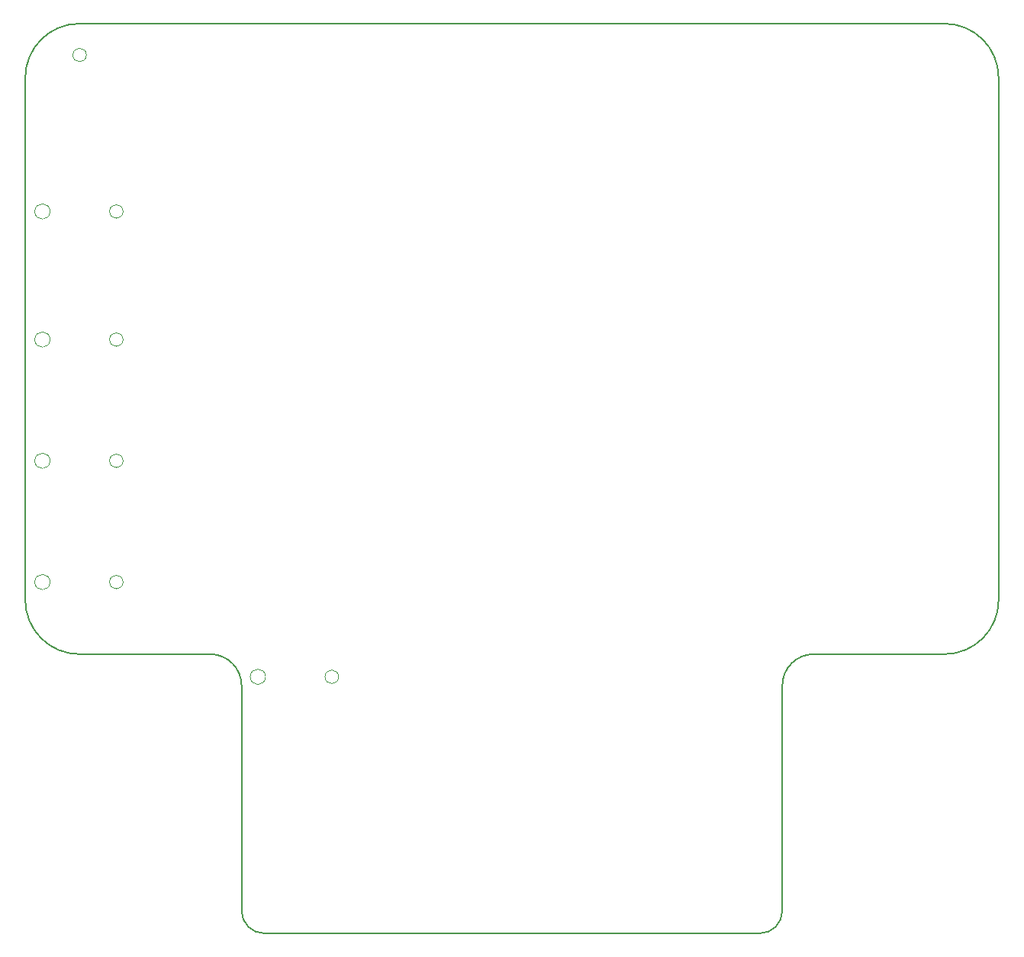
<source format=gbr>
%TF.GenerationSoftware,KiCad,Pcbnew,8.0.2*%
%TF.CreationDate,2025-02-26T22:39:00-05:00*%
%TF.ProjectId,MainPCB,4d61696e-5043-4422-9e6b-696361645f70,rev?*%
%TF.SameCoordinates,Original*%
%TF.FileFunction,Profile,NP*%
%FSLAX46Y46*%
G04 Gerber Fmt 4.6, Leading zero omitted, Abs format (unit mm)*
G04 Created by KiCad (PCBNEW 8.0.2) date 2025-02-26 22:39:00*
%MOMM*%
%LPD*%
G01*
G04 APERTURE LIST*
%TA.AperFunction,Profile*%
%ADD10C,0.200000*%
%TD*%
%TA.AperFunction,Profile*%
%ADD11C,0.100000*%
%TD*%
G04 APERTURE END LIST*
D10*
X148000000Y-65000000D02*
G75*
G02*
X154000000Y-71000000I0J-6000000D01*
G01*
X46000000Y-71000000D02*
X46000000Y-129000000D01*
X72500000Y-166000000D02*
X127500000Y-166000000D01*
X130000000Y-138500000D02*
X130000000Y-163500000D01*
X52000000Y-135000000D02*
G75*
G02*
X46000000Y-129000000I0J6000000D01*
G01*
X130000000Y-163500000D02*
G75*
G02*
X127500000Y-166000000I-2500000J0D01*
G01*
X46000000Y-71000000D02*
G75*
G02*
X52000000Y-65000000I6000000J0D01*
G01*
X70000000Y-138500000D02*
X70000000Y-163500000D01*
X154000000Y-129000000D02*
G75*
G02*
X148000000Y-135000000I-6000000J0D01*
G01*
X154000000Y-71000000D02*
X154000000Y-129000000D01*
X52000000Y-65000000D02*
X148000000Y-65000000D01*
X66500000Y-135000000D02*
G75*
G02*
X70000000Y-138500000I0J-3500000D01*
G01*
X133500000Y-135000000D02*
X148000000Y-135000000D01*
X72500000Y-166000000D02*
G75*
G02*
X70000000Y-163500000I0J2500000D01*
G01*
X130000000Y-138500000D02*
G75*
G02*
X133500000Y-135000000I3500000J0D01*
G01*
X66500000Y-135000000D02*
X52000000Y-135000000D01*
D11*
%TO.C,SW1*%
X52779300Y-68480000D02*
G75*
G02*
X51280700Y-68480000I-749300J0D01*
G01*
X51280700Y-68480000D02*
G75*
G02*
X52779300Y-68480000I749300J0D01*
G01*
%TO.C,SW3*%
X48749299Y-113538000D02*
G75*
G02*
X47050699Y-113538000I-849300J0D01*
G01*
X47050699Y-113538000D02*
G75*
G02*
X48749299Y-113538000I849300J0D01*
G01*
X56849300Y-113538000D02*
G75*
G02*
X55350700Y-113538000I-749300J0D01*
G01*
X55350700Y-113538000D02*
G75*
G02*
X56849300Y-113538000I749300J0D01*
G01*
%TO.C,SW4*%
X48749299Y-100076000D02*
G75*
G02*
X47050699Y-100076000I-849300J0D01*
G01*
X47050699Y-100076000D02*
G75*
G02*
X48749299Y-100076000I849300J0D01*
G01*
X56849300Y-100076000D02*
G75*
G02*
X55350700Y-100076000I-749300J0D01*
G01*
X55350700Y-100076000D02*
G75*
G02*
X56849300Y-100076000I749300J0D01*
G01*
%TO.C,SW5*%
X48749299Y-85852000D02*
G75*
G02*
X47050699Y-85852000I-849300J0D01*
G01*
X47050699Y-85852000D02*
G75*
G02*
X48749299Y-85852000I849300J0D01*
G01*
X56849300Y-85852000D02*
G75*
G02*
X55350700Y-85852000I-749300J0D01*
G01*
X55350700Y-85852000D02*
G75*
G02*
X56849300Y-85852000I749300J0D01*
G01*
%TO.C,SW6*%
X72659300Y-137520000D02*
G75*
G02*
X70960700Y-137520000I-849300J0D01*
G01*
X70960700Y-137520000D02*
G75*
G02*
X72659300Y-137520000I849300J0D01*
G01*
X80759301Y-137520000D02*
G75*
G02*
X79260701Y-137520000I-749300J0D01*
G01*
X79260701Y-137520000D02*
G75*
G02*
X80759301Y-137520000I749300J0D01*
G01*
%TO.C,SW2*%
X48749299Y-127000000D02*
G75*
G02*
X47050699Y-127000000I-849300J0D01*
G01*
X47050699Y-127000000D02*
G75*
G02*
X48749299Y-127000000I849300J0D01*
G01*
X56849300Y-127000000D02*
G75*
G02*
X55350700Y-127000000I-749300J0D01*
G01*
X55350700Y-127000000D02*
G75*
G02*
X56849300Y-127000000I749300J0D01*
G01*
%TD*%
M02*

</source>
